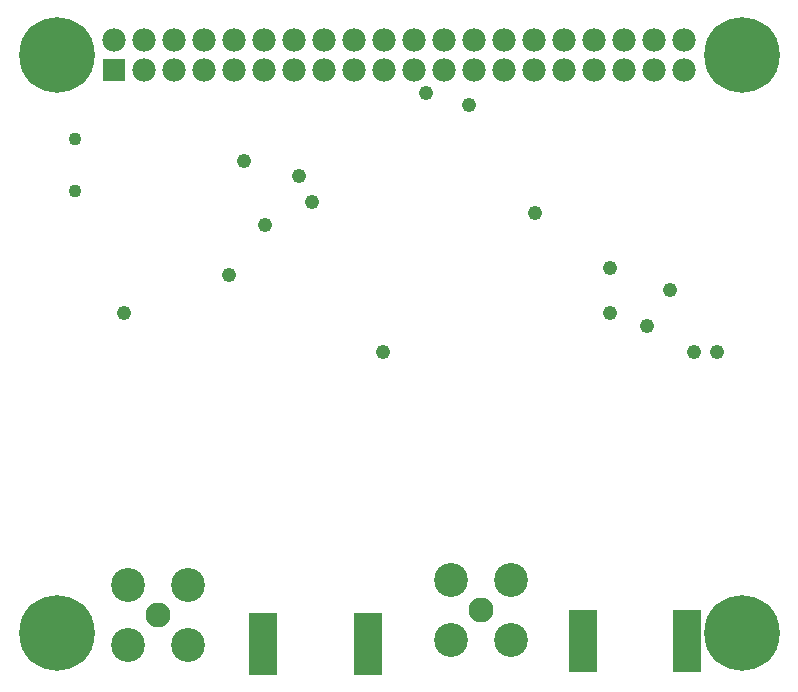
<source format=gbs>
G75*
%MOIN*%
%OFA0B0*%
%FSLAX25Y25*%
%IPPOS*%
%LPD*%
%AMOC8*
5,1,8,0,0,1.08239X$1,22.5*
%
%ADD10C,0.11627*%
%ADD11R,0.07800X0.07800*%
%ADD12C,0.07800*%
%ADD13C,0.25197*%
%ADD14C,0.08300*%
%ADD15C,0.11300*%
%ADD16R,0.09800X0.20800*%
%ADD17C,0.04343*%
%ADD18C,0.04800*%
D10*
X0018780Y0057778D03*
X0018780Y0250691D03*
X0247126Y0250691D03*
X0247126Y0057778D03*
D11*
X0037953Y0245691D03*
D12*
X0047953Y0245691D03*
X0057953Y0245691D03*
X0067953Y0245691D03*
X0077953Y0245691D03*
X0087953Y0245691D03*
X0097953Y0245691D03*
X0107953Y0245691D03*
X0117953Y0245691D03*
X0127953Y0245691D03*
X0137953Y0245691D03*
X0147953Y0245691D03*
X0157953Y0245691D03*
X0167953Y0245691D03*
X0177953Y0245691D03*
X0187953Y0245691D03*
X0197953Y0245691D03*
X0207953Y0245691D03*
X0217953Y0245691D03*
X0227953Y0245691D03*
X0227953Y0255691D03*
X0217953Y0255691D03*
X0207953Y0255691D03*
X0197953Y0255691D03*
X0187953Y0255691D03*
X0177953Y0255691D03*
X0167953Y0255691D03*
X0157953Y0255691D03*
X0147953Y0255691D03*
X0137953Y0255691D03*
X0127953Y0255691D03*
X0117953Y0255691D03*
X0107953Y0255691D03*
X0097953Y0255691D03*
X0087953Y0255691D03*
X0077953Y0255691D03*
X0067953Y0255691D03*
X0057953Y0255691D03*
X0047953Y0255691D03*
X0037953Y0255691D03*
D13*
X0018780Y0250691D03*
X0018780Y0057778D03*
X0247126Y0057778D03*
X0247126Y0250691D03*
D14*
X0160281Y0065578D03*
X0052500Y0063998D03*
D15*
X0042461Y0053959D03*
X0062539Y0053959D03*
X0062539Y0074037D03*
X0042461Y0074037D03*
X0150242Y0075617D03*
X0170320Y0075617D03*
X0170320Y0055539D03*
X0150242Y0055539D03*
D16*
X0122400Y0054098D03*
X0087600Y0054098D03*
X0194204Y0055286D03*
X0229004Y0055286D03*
D17*
X0025000Y0205337D03*
X0025000Y0222660D03*
D18*
X0076250Y0177123D03*
X0088125Y0193998D03*
X0103750Y0201498D03*
X0099375Y0210248D03*
X0081250Y0215248D03*
X0041250Y0164623D03*
X0127500Y0151498D03*
X0178125Y0197748D03*
X0203125Y0179623D03*
X0203125Y0164623D03*
X0215625Y0160248D03*
X0223125Y0172123D03*
X0231250Y0151498D03*
X0238750Y0151498D03*
X0156250Y0233998D03*
X0141875Y0237748D03*
M02*

</source>
